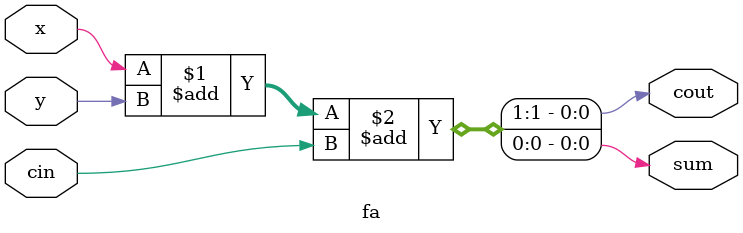
<source format=v>
module top_module (
    input [3:0] x,
    input [3:0] y, 
    output [4:0] sum);
    wire cout [3:0];
    genvar i;
    generate
        for(i=0;i<4;i++)begin:fa_s
            if(i!=0) fa ins(x[i],y[i],cout[i-1],sum[i],cout[i]);
                
                else fa inst(x[0],y[0],0,sum[0],cout[0]);
        end
    endgenerate
    assign sum[4]=cout[3];
endmodule

module fa(input x,y,cin,
          output sum,cout);
    assign {cout,sum}=x+y+cin;
endmodule

</source>
